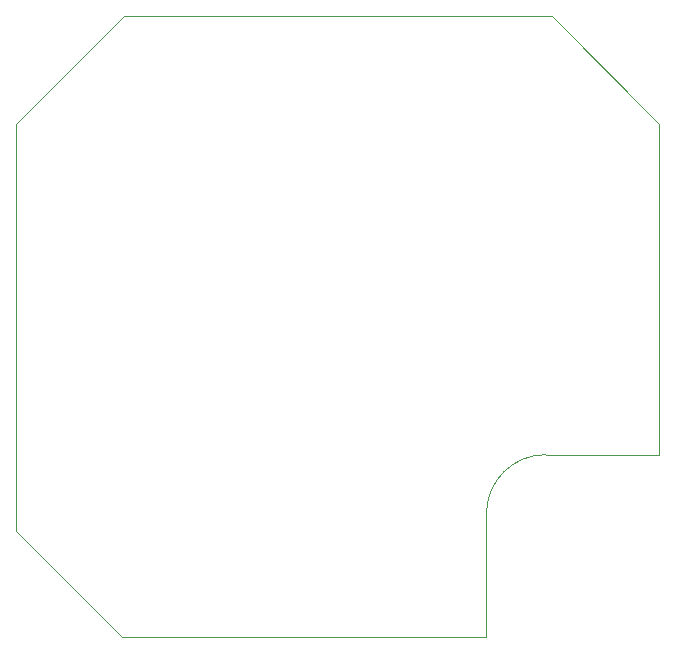
<source format=gbr>
%TF.GenerationSoftware,KiCad,Pcbnew,(5.1.9)-1*%
%TF.CreationDate,2021-09-08T17:50:27-06:00*%
%TF.ProjectId,standby_altimeter,7374616e-6462-4795-9f61-6c74696d6574,rev?*%
%TF.SameCoordinates,Original*%
%TF.FileFunction,Profile,NP*%
%FSLAX46Y46*%
G04 Gerber Fmt 4.6, Leading zero omitted, Abs format (unit mm)*
G04 Created by KiCad (PCBNEW (5.1.9)-1) date 2021-09-08 17:50:27*
%MOMM*%
%LPD*%
G01*
G04 APERTURE LIST*
%TA.AperFunction,Profile*%
%ADD10C,0.050000*%
%TD*%
G04 APERTURE END LIST*
D10*
X216065515Y-104020530D02*
X216065515Y-75997987D01*
X161628601Y-110529917D02*
X170575435Y-119476751D01*
X201428015Y-119476751D02*
X201428015Y-109020530D01*
X206428015Y-104020530D02*
X216065515Y-104020530D01*
X216065515Y-75997987D02*
X206948102Y-66880574D01*
X206948102Y-66880574D02*
X170746014Y-66880574D01*
X170575435Y-119476751D02*
X201428015Y-119476751D01*
X161628601Y-75997987D02*
X161628601Y-110529917D01*
X201428015Y-109020530D02*
G75*
G02*
X206428015Y-104020530I5000000J0D01*
G01*
X170746014Y-66880574D02*
X161628601Y-75997987D01*
M02*

</source>
